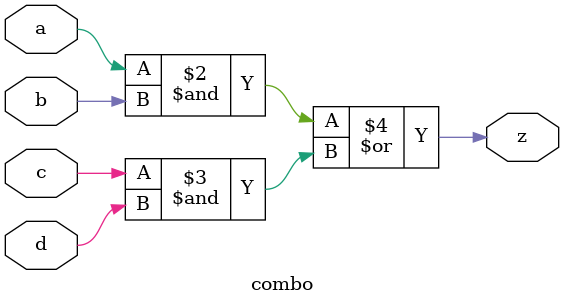
<source format=v>

module combo ( input a, b, c, d, output reg z);
  always @ (a or b or c or d) begin
    z = (a & b) | (c & d);
  end
endmodule

</source>
